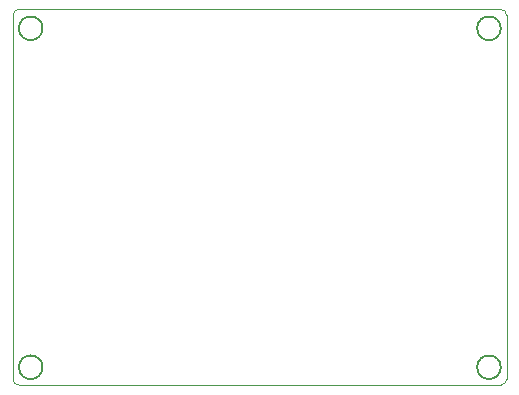
<source format=gm1>
%TF.GenerationSoftware,KiCad,Pcbnew,(6.0.8)*%
%TF.CreationDate,2022-10-25T00:07:16-04:00*%
%TF.ProjectId,403_charger_v2,3430335f-6368-4617-9267-65725f76322e,rev?*%
%TF.SameCoordinates,Original*%
%TF.FileFunction,Profile,NP*%
%FSLAX46Y46*%
G04 Gerber Fmt 4.6, Leading zero omitted, Abs format (unit mm)*
G04 Created by KiCad (PCBNEW (6.0.8)) date 2022-10-25 00:07:16*
%MOMM*%
%LPD*%
G01*
G04 APERTURE LIST*
%TA.AperFunction,Profile*%
%ADD10C,0.200000*%
%TD*%
%TA.AperFunction,Profile*%
%ADD11C,0.100000*%
%TD*%
G04 APERTURE END LIST*
D10*
X178000000Y-57600000D02*
G75*
G03*
X178000000Y-57600000I-1000000J0D01*
G01*
D11*
X136700000Y-87300000D02*
G75*
G03*
X137200000Y-87800000I500000J0D01*
G01*
X137200000Y-56000000D02*
G75*
G03*
X136700000Y-56500000I0J-500000D01*
G01*
X137200000Y-87800000D02*
X178000000Y-87800000D01*
D10*
X139200000Y-86300000D02*
G75*
G03*
X139200000Y-86300000I-1000000J0D01*
G01*
D11*
X136700000Y-56500000D02*
X136700000Y-87300000D01*
X178500000Y-56500000D02*
G75*
G03*
X178000000Y-56000000I-500000J0D01*
G01*
X178000000Y-87800000D02*
G75*
G03*
X178500000Y-87300000I0J500000D01*
G01*
X178000000Y-56000000D02*
X137200000Y-56000000D01*
D10*
X178000000Y-86300000D02*
G75*
G03*
X178000000Y-86300000I-1000000J0D01*
G01*
X139200000Y-57600000D02*
G75*
G03*
X139200000Y-57600000I-1000000J0D01*
G01*
D11*
X178500000Y-87300000D02*
X178500000Y-56500000D01*
M02*

</source>
